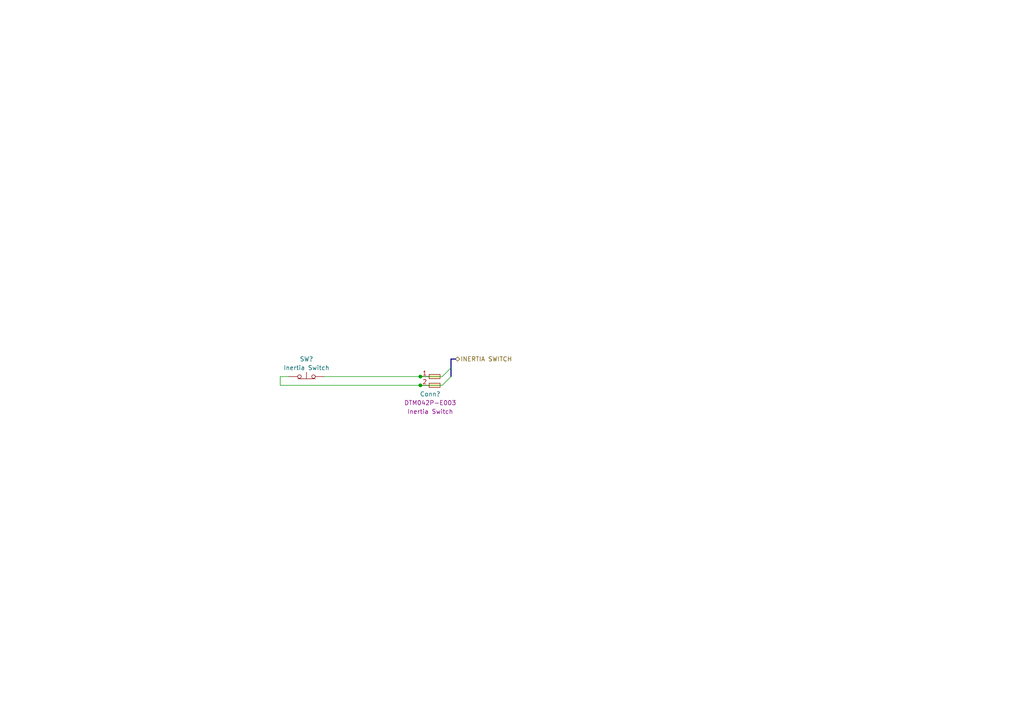
<source format=kicad_sch>
(kicad_sch (version 20230121) (generator eeschema)
  (paper "A4")
  (lib_symbols
    (symbol "Connectors_SUFST:Deutsch_DTM_2P_Pin"
      (property "Reference" "Conn" (at 0 -1.905 0))
      (property "P/N" "DTM042P-E003" (at 0 0 0))
      (symbol "Deutsch_DTM_2P_Pin_0_1"
        (polyline (pts (xy -0.635 -4.445) (xy 1.905 -4.445)))
      )
      (symbol "Deutsch_DTM_2P_Pin_1_1"
        (rectangle (start -3.81 -6.35) (end -0.635 -7.62) (fill (type color) (color 255 229 191 1)))
        (rectangle (start -3.81 -3.81) (end -0.635 -5.08) (fill (type color) (color 255 229 191 1)))
        (pin input line (at 1.905 -6.985 180) (length 2.54) (name "") (number "1"))
        (pin input line (at 1.905 -4.445 180) (length 2.54) (name "") (number "2"))
      )
    )
    (symbol "Switch:SW_Push_Open" (pin_numbers hide) (pin_names (offset 1.016) hide)
      (property "Reference" "SW" (at 0 2.54 0))
      (property "Value" "SW_Push_Open" (at 0 -1.905 0))
      (symbol "SW_Push_Open_0_1"
        (circle (center -2.032 0) (radius 0.508))
        (polyline (pts (xy -2.54 -0.635) (xy 2.54 -0.635)))
        (polyline (pts (xy 0 -0.635) (xy 0 1.27)))
        (circle (center 2.032 0) (radius 0.508))
        (pin passive line (at -5.08 0 0) (length 2.54) (name "A") (number "1"))
      )
      (symbol "SW_Push_Open_1_1"
        (pin passive line (at 5.08 0 180) (length 2.54) (name "B") (number "2"))
      )
    )
  )
  (junction (at 121.92 111.76))
  (junction (at 121.92 109.22))
  (bus_entry (at 128.27 111.76) (size 2.54 -2.54))
  (bus_entry (at 128.27 109.22) (size 2.54 -2.54))
  (bus (pts (xy 130.81 106.68) (xy 130.81 104.14)))
  (wire (pts (xy 81.28 111.76) (xy 121.92 111.76)))
  (bus (pts (xy 130.81 109.22) (xy 130.81 106.68)))
  (bus (pts (xy 130.81 104.14) (xy 132.08 104.14)))
  (wire (pts (xy 121.92 111.76) (xy 128.27 111.76)))
  (wire (pts (xy 93.98 109.22) (xy 121.92 109.22)))
  (wire (pts (xy 81.28 109.22) (xy 81.28 111.76)))
  (wire (pts (xy 121.92 109.22) (xy 128.27 109.22)))
  (wire (pts (xy 83.82 109.22) (xy 81.28 109.22)))
  (hierarchical_label "INERTIA SWITCH" (shape bidirectional) (at 132.08 104.14 0))
  (symbol (lib_id "Switch:SW_Push_Open") (at 88.9 109.22 0) (unit 1)
    (property "Reference" "SW?" (at 88.9 104.14 0))
    (property "Value" "Inertia Switch" (at 88.9 106.68 0))
    (instances (project "StagX" (path "" (reference "SW?") (unit 1)) (path "" (reference "SW?") (unit 1)) (path "" (reference "SW?") (unit 1)) (path "" (reference "SW2") (unit 1))))
  )
  (symbol (lib_id "Connectors_SUFST:Deutsch_DTM_2P_Pin") (at 123.825 116.205 180) (unit 1)
    (property "Reference" "Conn?" (at 124.7775 114.3 0))
    (property "Value" "Deutsch_DTM_2P_Pin" (effects hide))
    (property "P/N" "DTM042P-E003" (at 124.7775 116.84 0))
    (property "Conn Name" "Inertia Switch" (at 124.7775 119.38 0))
    (instances (project "StagX" (path "" (reference "Conn?") (unit 1)) (path "" (reference "Conn?") (unit 1)) (path "" (reference "Conn?") (unit 1)) (path "" (reference "Conn21") (unit 1))))
  )
)
</source>
